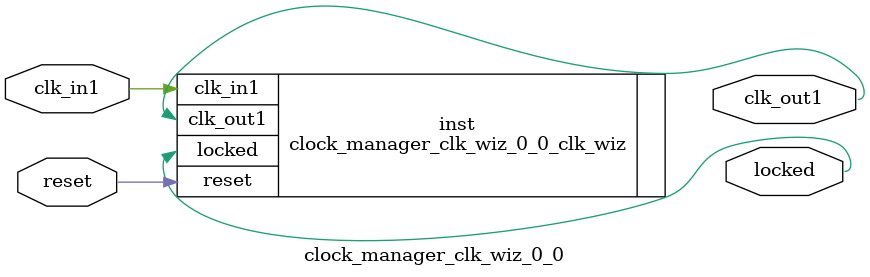
<source format=v>


`timescale 1ps/1ps

(* CORE_GENERATION_INFO = "clock_manager_clk_wiz_0_0,clk_wiz_v6_0_5_0_0,{component_name=clock_manager_clk_wiz_0_0,use_phase_alignment=true,use_min_o_jitter=false,use_max_i_jitter=false,use_dyn_phase_shift=false,use_inclk_switchover=false,use_dyn_reconfig=false,enable_axi=0,feedback_source=FDBK_AUTO,PRIMITIVE=MMCM,num_out_clk=1,clkin1_period=10.000,clkin2_period=10.000,use_power_down=false,use_reset=true,use_locked=true,use_inclk_stopped=false,feedback_type=SINGLE,CLOCK_MGR_TYPE=NA,manual_override=false}" *)

module clock_manager_clk_wiz_0_0 
 (
  // Clock out ports
  output        clk_out1,
  // Status and control signals
  input         reset,
  output        locked,
 // Clock in ports
  input         clk_in1
 );

  clock_manager_clk_wiz_0_0_clk_wiz inst
  (
  // Clock out ports  
  .clk_out1(clk_out1),
  // Status and control signals               
  .reset(reset), 
  .locked(locked),
 // Clock in ports
  .clk_in1(clk_in1)
  );

endmodule

</source>
